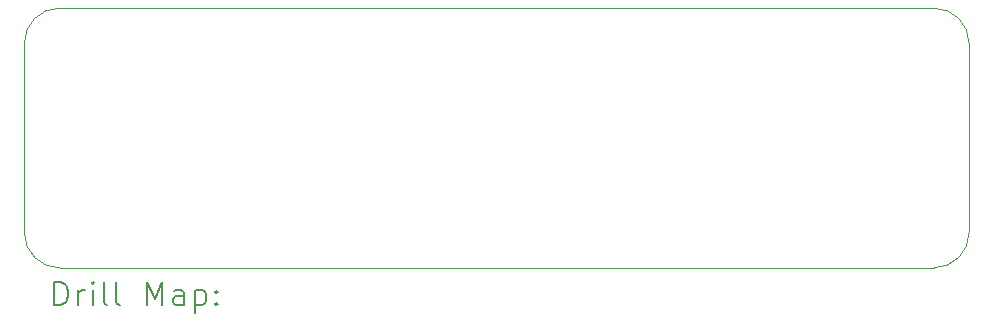
<source format=gbr>
%TF.GenerationSoftware,KiCad,Pcbnew,8.0.2*%
%TF.CreationDate,2024-05-30T14:14:35+02:00*%
%TF.ProjectId,Sensors_expansion_board,53656e73-6f72-4735-9f65-7870616e7369,1.0*%
%TF.SameCoordinates,Original*%
%TF.FileFunction,Drillmap*%
%TF.FilePolarity,Positive*%
%FSLAX45Y45*%
G04 Gerber Fmt 4.5, Leading zero omitted, Abs format (unit mm)*
G04 Created by KiCad (PCBNEW 8.0.2) date 2024-05-30 14:14:35*
%MOMM*%
%LPD*%
G01*
G04 APERTURE LIST*
%ADD10C,0.100000*%
%ADD11C,0.200000*%
G04 APERTURE END LIST*
D10*
X15495000Y-8697500D02*
G75*
G02*
X15795000Y-8397500I300000J0D01*
G01*
X15495000Y-10297500D02*
X15495000Y-10197500D01*
X19495000Y-10597500D02*
X23195000Y-10597500D01*
X15795000Y-10597500D02*
G75*
G02*
X15495000Y-10297500I0J300000D01*
G01*
X23495000Y-10297500D02*
X23495000Y-10197500D01*
X23495000Y-8697500D02*
X23495000Y-10197500D01*
X23495000Y-10297500D02*
G75*
G02*
X23195000Y-10597500I-300000J0D01*
G01*
X23195000Y-8397500D02*
G75*
G02*
X23495000Y-8697500I0J-300000D01*
G01*
X15495000Y-8697500D02*
X15495000Y-10197500D01*
X23195000Y-8397500D02*
X15795000Y-8397500D01*
X19495000Y-10597500D02*
X15795000Y-10597500D01*
D11*
X15750777Y-10913984D02*
X15750777Y-10713984D01*
X15750777Y-10713984D02*
X15798396Y-10713984D01*
X15798396Y-10713984D02*
X15826967Y-10723508D01*
X15826967Y-10723508D02*
X15846015Y-10742555D01*
X15846015Y-10742555D02*
X15855539Y-10761603D01*
X15855539Y-10761603D02*
X15865062Y-10799698D01*
X15865062Y-10799698D02*
X15865062Y-10828270D01*
X15865062Y-10828270D02*
X15855539Y-10866365D01*
X15855539Y-10866365D02*
X15846015Y-10885412D01*
X15846015Y-10885412D02*
X15826967Y-10904460D01*
X15826967Y-10904460D02*
X15798396Y-10913984D01*
X15798396Y-10913984D02*
X15750777Y-10913984D01*
X15950777Y-10913984D02*
X15950777Y-10780650D01*
X15950777Y-10818746D02*
X15960301Y-10799698D01*
X15960301Y-10799698D02*
X15969824Y-10790174D01*
X15969824Y-10790174D02*
X15988872Y-10780650D01*
X15988872Y-10780650D02*
X16007920Y-10780650D01*
X16074586Y-10913984D02*
X16074586Y-10780650D01*
X16074586Y-10713984D02*
X16065062Y-10723508D01*
X16065062Y-10723508D02*
X16074586Y-10733031D01*
X16074586Y-10733031D02*
X16084110Y-10723508D01*
X16084110Y-10723508D02*
X16074586Y-10713984D01*
X16074586Y-10713984D02*
X16074586Y-10733031D01*
X16198396Y-10913984D02*
X16179348Y-10904460D01*
X16179348Y-10904460D02*
X16169824Y-10885412D01*
X16169824Y-10885412D02*
X16169824Y-10713984D01*
X16303158Y-10913984D02*
X16284110Y-10904460D01*
X16284110Y-10904460D02*
X16274586Y-10885412D01*
X16274586Y-10885412D02*
X16274586Y-10713984D01*
X16531729Y-10913984D02*
X16531729Y-10713984D01*
X16531729Y-10713984D02*
X16598396Y-10856841D01*
X16598396Y-10856841D02*
X16665062Y-10713984D01*
X16665062Y-10713984D02*
X16665062Y-10913984D01*
X16846015Y-10913984D02*
X16846015Y-10809222D01*
X16846015Y-10809222D02*
X16836491Y-10790174D01*
X16836491Y-10790174D02*
X16817444Y-10780650D01*
X16817444Y-10780650D02*
X16779348Y-10780650D01*
X16779348Y-10780650D02*
X16760301Y-10790174D01*
X16846015Y-10904460D02*
X16826967Y-10913984D01*
X16826967Y-10913984D02*
X16779348Y-10913984D01*
X16779348Y-10913984D02*
X16760301Y-10904460D01*
X16760301Y-10904460D02*
X16750777Y-10885412D01*
X16750777Y-10885412D02*
X16750777Y-10866365D01*
X16750777Y-10866365D02*
X16760301Y-10847317D01*
X16760301Y-10847317D02*
X16779348Y-10837793D01*
X16779348Y-10837793D02*
X16826967Y-10837793D01*
X16826967Y-10837793D02*
X16846015Y-10828270D01*
X16941253Y-10780650D02*
X16941253Y-10980650D01*
X16941253Y-10790174D02*
X16960301Y-10780650D01*
X16960301Y-10780650D02*
X16998396Y-10780650D01*
X16998396Y-10780650D02*
X17017444Y-10790174D01*
X17017444Y-10790174D02*
X17026967Y-10799698D01*
X17026967Y-10799698D02*
X17036491Y-10818746D01*
X17036491Y-10818746D02*
X17036491Y-10875889D01*
X17036491Y-10875889D02*
X17026967Y-10894936D01*
X17026967Y-10894936D02*
X17017444Y-10904460D01*
X17017444Y-10904460D02*
X16998396Y-10913984D01*
X16998396Y-10913984D02*
X16960301Y-10913984D01*
X16960301Y-10913984D02*
X16941253Y-10904460D01*
X17122205Y-10894936D02*
X17131729Y-10904460D01*
X17131729Y-10904460D02*
X17122205Y-10913984D01*
X17122205Y-10913984D02*
X17112682Y-10904460D01*
X17112682Y-10904460D02*
X17122205Y-10894936D01*
X17122205Y-10894936D02*
X17122205Y-10913984D01*
X17122205Y-10790174D02*
X17131729Y-10799698D01*
X17131729Y-10799698D02*
X17122205Y-10809222D01*
X17122205Y-10809222D02*
X17112682Y-10799698D01*
X17112682Y-10799698D02*
X17122205Y-10790174D01*
X17122205Y-10790174D02*
X17122205Y-10809222D01*
M02*

</source>
